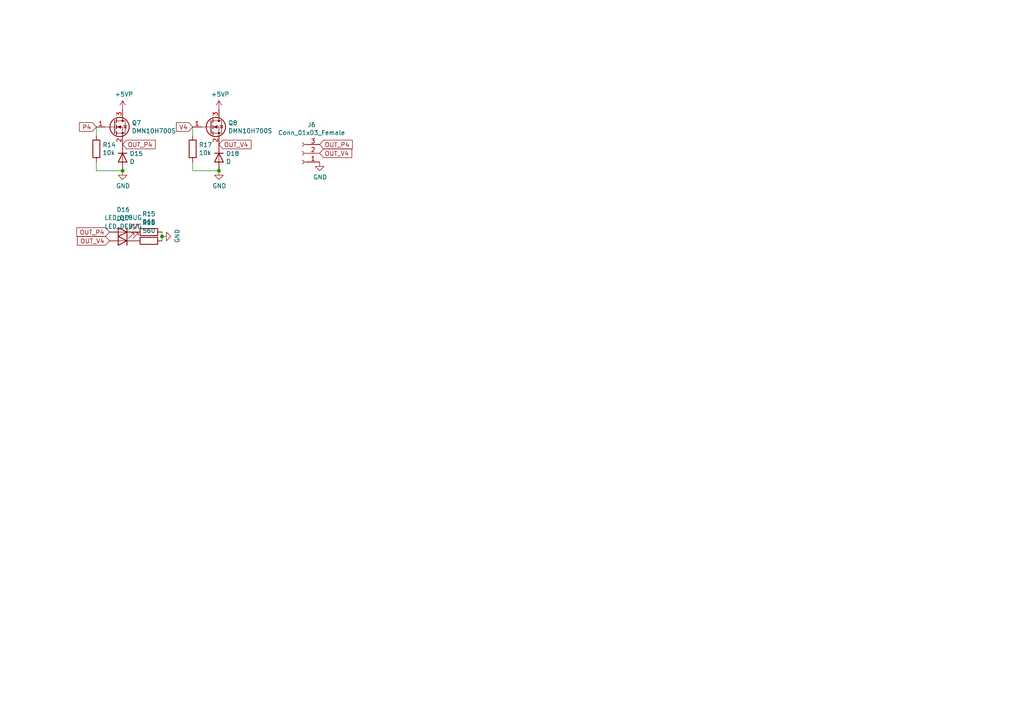
<source format=kicad_sch>
(kicad_sch (version 20211123) (generator eeschema)
  (paper "A4")
  (lib_symbols
    (symbol "Connector:Conn_01x03_Female" (pin_names (offset 1.016) hide)
      (property "Reference" "J" (at 0 5.08 0))
      (property "Value" "Conn_01x03_Female" (at 0 -5.08 0))
      (symbol "Conn_01x03_Female_1_1"
        (arc (start 0 -2.032) (mid -0.508 -2.54) (end 0 -3.048) (stroke (width 0.1524)))
        (polyline (pts (xy -1.27 -2.54) (xy -0.508 -2.54)) (stroke (width 0.1524)))
        (polyline (pts (xy -1.27 0) (xy -0.508 0)) (stroke (width 0.1524)))
        (polyline (pts (xy -1.27 2.54) (xy -0.508 2.54)) (stroke (width 0.1524)))
        (arc (start 0 0.508) (mid -0.508 0) (end 0 -0.508) (stroke (width 0.1524)))
        (arc (start 0 3.048) (mid -0.508 2.54) (end 0 2.032) (stroke (width 0.1524)))
        (pin passive line (at -5.08 2.54 0) (length 3.81) (name "Pin_1") (number "1"))
        (pin passive line (at -5.08 0 0) (length 3.81) (name "Pin_2") (number "2"))
        (pin passive line (at -5.08 -2.54 0) (length 3.81) (name "Pin_3") (number "3"))
      )
    )
    (symbol "Device:D" (pin_numbers hide) (pin_names (offset 1.016) hide)
      (property "Reference" "D" (at 0 2.54 0))
      (property "Value" "D" (at 0 -2.54 0))
      (symbol "D_0_1"
        (polyline (pts (xy -1.27 1.27) (xy -1.27 -1.27)) (stroke (width 0.254)))
        (polyline (pts (xy 1.27 0) (xy -1.27 0)))
        (polyline (pts (xy 1.27 1.27) (xy 1.27 -1.27) (xy -1.27 0) (xy 1.27 1.27)) (stroke (width 0.254)))
      )
      (symbol "D_1_1"
        (pin passive line (at -3.81 0 0) (length 2.54) (name "K") (number "1"))
        (pin passive line (at 3.81 0 180) (length 2.54) (name "A") (number "2"))
      )
    )
    (symbol "Device:LED" (pin_numbers hide) (pin_names (offset 1.016) hide)
      (property "Reference" "D" (at 0 2.54 0))
      (property "Value" "LED" (at 0 -2.54 0))
      (symbol "LED_0_1"
        (polyline (pts (xy -1.27 -1.27) (xy -1.27 1.27)) (stroke (width 0.254)))
        (polyline (pts (xy -1.27 0) (xy 1.27 0)))
        (polyline (pts (xy 1.27 -1.27) (xy 1.27 1.27) (xy -1.27 0) (xy 1.27 -1.27)) (stroke (width 0.254)))
        (polyline (pts (xy -3.048 -0.762) (xy -4.572 -2.286) (xy -3.81 -2.286) (xy -4.572 -2.286) (xy -4.572 -1.524)))
        (polyline (pts (xy -1.778 -0.762) (xy -3.302 -2.286) (xy -2.54 -2.286) (xy -3.302 -2.286) (xy -3.302 -1.524)))
      )
      (symbol "LED_1_1"
        (pin passive line (at -3.81 0 0) (length 2.54) (name "K") (number "1"))
        (pin passive line (at 3.81 0 180) (length 2.54) (name "A") (number "2"))
      )
    )
    (symbol "Device:R" (pin_numbers hide) (pin_names (offset 0))
      (property "Reference" "R" (at 2.032 0 90))
      (property "Value" "R" (at 0 0 90))
      (symbol "R_0_1"
        (rectangle (start -1.016 -2.54) (end 1.016 2.54) (stroke (width 0.254)))
      )
      (symbol "R_1_1"
        (pin passive line (at 0 3.81 270) (length 1.27) (name "~") (number "1"))
        (pin passive line (at 0 -3.81 90) (length 1.27) (name "~") (number "2"))
      )
    )
    (symbol "Transistor_FET:DMN10H700S" (pin_names hide)
      (property "Reference" "Q" (at 5.08 1.905 0))
      (property "Value" "DMN10H700S" (at 5.08 0 0))
      (symbol "DMN10H700S_0_1"
        (polyline (pts (xy 0.254 0) (xy -2.54 0)))
        (polyline (pts (xy 0.254 1.905) (xy 0.254 -1.905)) (stroke (width 0.254)))
        (polyline (pts (xy 0.762 -1.27) (xy 0.762 -2.286)) (stroke (width 0.254)))
        (polyline (pts (xy 0.762 0.508) (xy 0.762 -0.508)) (stroke (width 0.254)))
        (polyline (pts (xy 0.762 2.286) (xy 0.762 1.27)) (stroke (width 0.254)))
        (polyline (pts (xy 2.54 2.54) (xy 2.54 1.778)))
        (polyline (pts (xy 2.54 -2.54) (xy 2.54 0) (xy 0.762 0)))
        (polyline (pts (xy 0.762 -1.778) (xy 3.302 -1.778) (xy 3.302 1.778) (xy 0.762 1.778)))
        (polyline (pts (xy 1.016 0) (xy 2.032 0.381) (xy 2.032 -0.381) (xy 1.016 0)) (fill (type outline)))
        (polyline (pts (xy 2.794 0.508) (xy 2.921 0.381) (xy 3.683 0.381) (xy 3.81 0.254)))
        (polyline (pts (xy 3.302 0.381) (xy 2.921 -0.254) (xy 3.683 -0.254) (xy 3.302 0.381)))
        (circle (center 1.651 0) (radius 2.794) (stroke (width 0.254)))
        (circle (center 2.54 -1.778) (radius 0.254) (fill (type outline)))
        (circle (center 2.54 1.778) (radius 0.254) (fill (type outline)))
      )
      (symbol "DMN10H700S_1_1"
        (pin input line (at -5.08 0 0) (length 2.54) (name "G") (number "1"))
        (pin passive line (at 2.54 -5.08 90) (length 2.54) (name "S") (number "2"))
        (pin passive line (at 2.54 5.08 270) (length 2.54) (name "D") (number "3"))
      )
    )
    (symbol "power:+5VP" (power) (pin_names (offset 0))
      (property "Value" "+5VP" (at 0 3.556 0))
      (symbol "+5VP_0_1"
        (polyline (pts (xy -0.762 1.27) (xy 0 2.54)))
        (polyline (pts (xy 0 0) (xy 0 2.54)))
        (polyline (pts (xy 0 2.54) (xy 0.762 1.27)))
      )
      (symbol "+5VP_1_1"
        (pin power_in line (at 0 0 90) (length 0) hide (name "+5VP") (number "1"))
      )
    )
    (symbol "power:GND" (power) (pin_names (offset 0))
      (property "Value" "GND" (at 0 -3.81 0))
      (symbol "GND_0_1"
        (polyline (pts (xy 0 0) (xy 0 -1.27) (xy 1.27 -1.27) (xy 0 -2.54) (xy -1.27 -1.27) (xy 0 -1.27)))
      )
      (symbol "GND_1_1"
        (pin power_in line (at 0 0 270) (length 0) hide (name "GND") (number "1"))
      )
    )
  )
  (junction (at 63.5 49.53))
  (junction (at 46.99 68.58))
  (junction (at 35.56 49.53))
  (wire (pts (xy 27.94 46.99) (xy 27.94 49.53)))
  (wire (pts (xy 46.99 67.31) (xy 46.99 68.58)))
  (wire (pts (xy 55.88 49.53) (xy 63.5 49.53)))
  (wire (pts (xy 27.94 39.37) (xy 27.94 36.83)))
  (wire (pts (xy 55.88 46.99) (xy 55.88 49.53)))
  (wire (pts (xy 55.88 39.37) (xy 55.88 36.83)))
  (wire (pts (xy 46.99 68.58) (xy 46.99 69.85)))
  (wire (pts (xy 27.94 49.53) (xy 35.56 49.53)))
  (global_label "OUT_P4" (shape input) (at 92.71 41.91 0) (property "Intersheet References" "${INTERSHEET_REFS}" (effects hide)))
  (global_label "OUT_V4" (shape input) (at 31.75 69.85 180) (property "Intersheet References" "${INTERSHEET_REFS}" (effects hide)))
  (global_label "OUT_P4" (shape input) (at 35.56 41.91 0) (property "Intersheet References" "${INTERSHEET_REFS}" (effects hide)))
  (global_label "OUT_V4" (shape input) (at 63.5 41.91 0) (property "Intersheet References" "${INTERSHEET_REFS}" (effects hide)))
  (global_label "P4" (shape input) (at 27.94 36.83 180) (property "Intersheet References" "${INTERSHEET_REFS}" (effects hide)))
  (global_label "OUT_V4" (shape input) (at 92.71 44.45 0) (property "Intersheet References" "${INTERSHEET_REFS}" (effects hide)))
  (global_label "OUT_P4" (shape input) (at 31.75 67.31 180) (property "Intersheet References" "${INTERSHEET_REFS}" (effects hide)))
  (global_label "V4" (shape input) (at 55.88 36.83 180) (property "Intersheet References" "${INTERSHEET_REFS}" (effects hide)))
  (symbol (lib_id "Device:R") (at 55.88 43.18 180)
    (property "Reference" "R17" (at 57.658 42.0116 0) (effects (justify right)))
    (property "Value" "10k" (at 57.658 44.323 0) (effects (justify right)))
    (property "Footprint" "Resistor_SMD:R_0805_2012Metric_Pad1.20x1.40mm_HandSolder" (effects hide))
  )
  (symbol (lib_id "power:+5VP") (at 63.5 31.75 0)
    (property "Reference" "#PWR040" (effects hide))
    (property "Value" "+5VP" (at 63.881 27.3558 0))
  )
  (symbol (lib_id "Device:D") (at 63.5 45.72 270)
    (property "Reference" "D18" (at 65.532 44.5516 90) (effects (justify left)))
    (property "Value" "D" (at 65.532 46.863 90) (effects (justify left)))
    (property "Footprint" "Diode_SMD:D_SOD-123" (effects hide))
  )
  (symbol (lib_id "Connector:Conn_01x03_Female") (at 87.63 44.45 180)
    (property "Reference" "J6" (at 90.3732 36.195 0))
    (property "Value" "Conn_01x03_Female" (at 90.3732 38.5064 0))
    (property "Footprint" "AREA_lib_Connector:Wuerth_2.54mm_3pins_61900311121" (effects hide))
  )
  (symbol (lib_id "Device:R") (at 43.18 69.85 270)
    (property "Reference" "R16" (at 43.18 64.5922 90))
    (property "Value" "560" (at 43.18 66.9036 90))
    (property "Footprint" "Resistor_SMD:R_0805_2012Metric_Pad1.20x1.40mm_HandSolder" (effects hide))
  )
  (symbol (lib_id "power:GND") (at 35.56 49.53 0)
    (property "Reference" "#PWR038" (effects hide))
    (property "Value" "GND" (at 35.687 53.9242 0))
  )
  (symbol (lib_id "Device:R") (at 27.94 43.18 180)
    (property "Reference" "R14" (at 29.718 42.0116 0) (effects (justify right)))
    (property "Value" "10k" (at 29.718 44.323 0) (effects (justify right)))
    (property "Footprint" "Resistor_SMD:R_0805_2012Metric_Pad1.20x1.40mm_HandSolder" (effects hide))
  )
  (symbol (lib_id "power:+5VP") (at 35.56 31.75 0)
    (property "Reference" "#PWR037" (effects hide))
    (property "Value" "+5VP" (at 35.941 27.3558 0))
  )
  (symbol (lib_id "Device:D") (at 35.56 45.72 270)
    (property "Reference" "D15" (at 37.592 44.5516 90) (effects (justify left)))
    (property "Value" "D" (at 37.592 46.863 90) (effects (justify left)))
    (property "Footprint" "Diode_SMD:D_SOD-123" (effects hide))
  )
  (symbol (lib_id "Transistor_FET:DMN10H700S") (at 60.96 36.83 0)
    (property "Reference" "Q8" (at 66.1416 35.6616 0) (effects (justify left)))
    (property "Value" "DMN10H700S" (at 66.1416 37.973 0) (effects (justify left)))
    (property "Footprint" "Package_TO_SOT_SMD:SOT-23" (effects hide))
    (property "Datasheet" "http://www.diodes.com/assets/Datasheets/DMN10H700S.pdf" (effects hide))
  )
  (symbol (lib_id "power:GND") (at 46.99 68.58 90)
    (property "Reference" "#PWR039" (effects hide))
    (property "Value" "GND" (at 51.3842 68.453 0))
  )
  (symbol (lib_id "Device:LED") (at 35.56 67.31 180)
    (property "Reference" "D16" (at 35.7378 60.833 0))
    (property "Value" "LED_DEBUG" (at 35.7378 63.1444 0))
    (property "Footprint" "LED_SMD:LED_0805_2012Metric_Pad1.15x1.40mm_HandSolder" (effects hide))
  )
  (symbol (lib_id "Transistor_FET:DMN10H700S") (at 33.02 36.83 0)
    (property "Reference" "Q7" (at 38.2016 35.6616 0) (effects (justify left)))
    (property "Value" "DMN10H700S" (at 38.2016 37.973 0) (effects (justify left)))
    (property "Footprint" "Package_TO_SOT_SMD:SOT-23" (effects hide))
    (property "Datasheet" "http://www.diodes.com/assets/Datasheets/DMN10H700S.pdf" (effects hide))
  )
  (symbol (lib_id "power:GND") (at 63.5 49.53 0)
    (property "Reference" "#PWR041" (effects hide))
    (property "Value" "GND" (at 63.627 53.9242 0))
  )
  (symbol (lib_id "power:GND") (at 92.71 46.99 0)
    (property "Reference" "#PWR042" (effects hide))
    (property "Value" "GND" (at 92.837 51.3842 0))
  )
  (symbol (lib_id "Device:LED") (at 35.56 69.85 180)
    (property "Reference" "D17" (at 35.7378 63.373 0))
    (property "Value" "LED_DEBUG" (at 35.7378 65.6844 0))
    (property "Footprint" "LED_SMD:LED_0805_2012Metric_Pad1.15x1.40mm_HandSolder" (effects hide))
  )
  (symbol (lib_id "Device:R") (at 43.18 67.31 270)
    (property "Reference" "R15" (at 43.18 62.0522 90))
    (property "Value" "560" (at 43.18 64.3636 90))
    (property "Footprint" "Resistor_SMD:R_0805_2012Metric_Pad1.20x1.40mm_HandSolder" (effects hide))
  )
)
</source>
